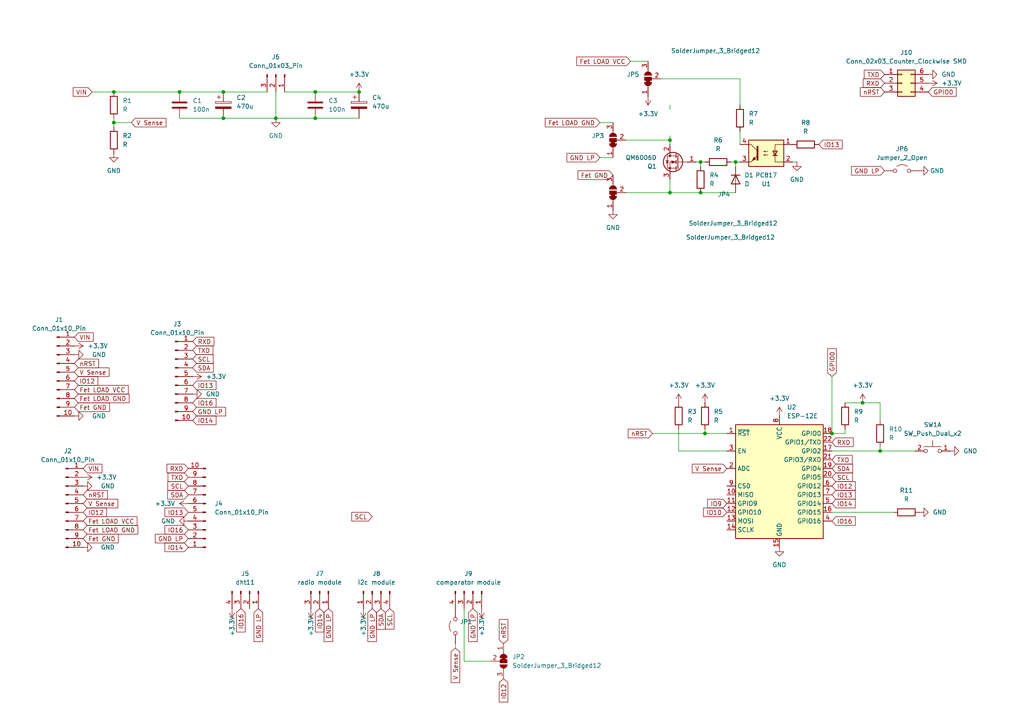
<source format=kicad_sch>
(kicad_sch (version 20231120) (generator "eeschema") (generator_version "8.0")
  (paper "A4")
  (lib_symbols
    (symbol "Connector:Conn_01x03_Pin" (pin_names (offset 1.016) hide)
      (property "Reference" "J" (at 0 5.08 0))
      (property "Value" "Conn_01x03_Pin" (at 0 -5.08 0))
      (symbol "Conn_01x03_Pin_1_1"
        (polyline (pts (xy 1.27 -2.54) (xy 0.8636 -2.54)) (stroke (width 0.1524)))
        (polyline (pts (xy 1.27 0) (xy 0.8636 0)) (stroke (width 0.1524)))
        (polyline (pts (xy 1.27 2.54) (xy 0.8636 2.54)) (stroke (width 0.1524)))
        (rectangle (start 0.8636 -2.413) (end 0 -2.667) (stroke (width 0.1524)) (fill (type outline)))
        (rectangle (start 0.8636 0.127) (end 0 -0.127) (stroke (width 0.1524)) (fill (type outline)))
        (rectangle (start 0.8636 2.667) (end 0 2.413) (stroke (width 0.1524)) (fill (type outline)))
        (pin passive line (at 5.08 2.54 180) (length 3.81) (name "Pin_1") (number "1"))
        (pin passive line (at 5.08 0 180) (length 3.81) (name "Pin_2") (number "2"))
        (pin passive line (at 5.08 -2.54 180) (length 3.81) (name "Pin_3") (number "3"))
      )
    )
    (symbol "Connector:Conn_01x04_Pin" (pin_names (offset 1.016) hide)
      (property "Reference" "J" (at 0 5.08 0))
      (property "Value" "Conn_01x04_Pin" (at 0 -7.62 0))
      (symbol "Conn_01x04_Pin_1_1"
        (polyline (pts (xy 1.27 -5.08) (xy 0.8636 -5.08)) (stroke (width 0.1524)))
        (polyline (pts (xy 1.27 -2.54) (xy 0.8636 -2.54)) (stroke (width 0.1524)))
        (polyline (pts (xy 1.27 0) (xy 0.8636 0)) (stroke (width 0.1524)))
        (polyline (pts (xy 1.27 2.54) (xy 0.8636 2.54)) (stroke (width 0.1524)))
        (rectangle (start 0.8636 -4.953) (end 0 -5.207) (stroke (width 0.1524)) (fill (type outline)))
        (rectangle (start 0.8636 -2.413) (end 0 -2.667) (stroke (width 0.1524)) (fill (type outline)))
        (rectangle (start 0.8636 0.127) (end 0 -0.127) (stroke (width 0.1524)) (fill (type outline)))
        (rectangle (start 0.8636 2.667) (end 0 2.413) (stroke (width 0.1524)) (fill (type outline)))
        (pin passive line (at 5.08 2.54 180) (length 3.81) (name "Pin_1") (number "1"))
        (pin passive line (at 5.08 0 180) (length 3.81) (name "Pin_2") (number "2"))
        (pin passive line (at 5.08 -2.54 180) (length 3.81) (name "Pin_3") (number "3"))
        (pin passive line (at 5.08 -5.08 180) (length 3.81) (name "Pin_4") (number "4"))
      )
    )
    (symbol "Connector:Conn_01x10_Pin" (pin_names (offset 1.016) hide)
      (property "Reference" "J" (at 0 12.7 0))
      (property "Value" "Conn_01x10_Pin" (at 0 -15.24 0))
      (symbol "Conn_01x10_Pin_1_1"
        (polyline (pts (xy 1.27 -12.7) (xy 0.8636 -12.7)) (stroke (width 0.1524)))
        (polyline (pts (xy 1.27 -10.16) (xy 0.8636 -10.16)) (stroke (width 0.1524)))
        (polyline (pts (xy 1.27 -7.62) (xy 0.8636 -7.62)) (stroke (width 0.1524)))
        (polyline (pts (xy 1.27 -5.08) (xy 0.8636 -5.08)) (stroke (width 0.1524)))
        (polyline (pts (xy 1.27 -2.54) (xy 0.8636 -2.54)) (stroke (width 0.1524)))
        (polyline (pts (xy 1.27 0) (xy 0.8636 0)) (stroke (width 0.1524)))
        (polyline (pts (xy 1.27 2.54) (xy 0.8636 2.54)) (stroke (width 0.1524)))
        (polyline (pts (xy 1.27 5.08) (xy 0.8636 5.08)) (stroke (width 0.1524)))
        (polyline (pts (xy 1.27 7.62) (xy 0.8636 7.62)) (stroke (width 0.1524)))
        (polyline (pts (xy 1.27 10.16) (xy 0.8636 10.16)) (stroke (width 0.1524)))
        (rectangle (start 0.8636 -12.573) (end 0 -12.827) (stroke (width 0.1524)) (fill (type outline)))
        (rectangle (start 0.8636 -10.033) (end 0 -10.287) (stroke (width 0.1524)) (fill (type outline)))
        (rectangle (start 0.8636 -7.493) (end 0 -7.747) (stroke (width 0.1524)) (fill (type outline)))
        (rectangle (start 0.8636 -4.953) (end 0 -5.207) (stroke (width 0.1524)) (fill (type outline)))
        (rectangle (start 0.8636 -2.413) (end 0 -2.667) (stroke (width 0.1524)) (fill (type outline)))
        (rectangle (start 0.8636 0.127) (end 0 -0.127) (stroke (width 0.1524)) (fill (type outline)))
        (rectangle (start 0.8636 2.667) (end 0 2.413) (stroke (width 0.1524)) (fill (type outline)))
        (rectangle (start 0.8636 5.207) (end 0 4.953) (stroke (width 0.1524)) (fill (type outline)))
        (rectangle (start 0.8636 7.747) (end 0 7.493) (stroke (width 0.1524)) (fill (type outline)))
        (rectangle (start 0.8636 10.287) (end 0 10.033) (stroke (width 0.1524)) (fill (type outline)))
        (pin passive line (at 5.08 10.16 180) (length 3.81) (name "Pin_1") (number "1"))
        (pin passive line (at 5.08 -12.7 180) (length 3.81) (name "Pin_10") (number "10"))
        (pin passive line (at 5.08 7.62 180) (length 3.81) (name "Pin_2") (number "2"))
        (pin passive line (at 5.08 5.08 180) (length 3.81) (name "Pin_3") (number "3"))
        (pin passive line (at 5.08 2.54 180) (length 3.81) (name "Pin_4") (number "4"))
        (pin passive line (at 5.08 0 180) (length 3.81) (name "Pin_5") (number "5"))
        (pin passive line (at 5.08 -2.54 180) (length 3.81) (name "Pin_6") (number "6"))
        (pin passive line (at 5.08 -5.08 180) (length 3.81) (name "Pin_7") (number "7"))
        (pin passive line (at 5.08 -7.62 180) (length 3.81) (name "Pin_8") (number "8"))
        (pin passive line (at 5.08 -10.16 180) (length 3.81) (name "Pin_9") (number "9"))
      )
    )
    (symbol "Connector_Generic:Conn_02x03_Counter_Clockwise" (pin_names (offset 1.016) hide)
      (property "Reference" "J" (at 1.27 5.08 0))
      (property "Value" "Conn_02x03_Counter_Clockwise" (at 1.27 -5.08 0))
      (symbol "Conn_02x03_Counter_Clockwise_1_1"
        (rectangle (start -1.27 -2.413) (end 0 -2.667) (stroke (width 0.1524)))
        (rectangle (start -1.27 0.127) (end 0 -0.127) (stroke (width 0.1524)))
        (rectangle (start -1.27 2.667) (end 0 2.413) (stroke (width 0.1524)))
        (rectangle (start -1.27 3.81) (end 3.81 -3.81) (stroke (width 0.254)) (fill (type background)))
        (rectangle (start 3.81 -2.413) (end 2.54 -2.667) (stroke (width 0.1524)))
        (rectangle (start 3.81 0.127) (end 2.54 -0.127) (stroke (width 0.1524)))
        (rectangle (start 3.81 2.667) (end 2.54 2.413) (stroke (width 0.1524)))
        (pin passive line (at -5.08 2.54 0) (length 3.81) (name "Pin_1") (number "1"))
        (pin passive line (at -5.08 0 0) (length 3.81) (name "Pin_2") (number "2"))
        (pin passive line (at -5.08 -2.54 0) (length 3.81) (name "Pin_3") (number "3"))
        (pin passive line (at 7.62 -2.54 180) (length 3.81) (name "Pin_4") (number "4"))
        (pin passive line (at 7.62 0 180) (length 3.81) (name "Pin_5") (number "5"))
        (pin passive line (at 7.62 2.54 180) (length 3.81) (name "Pin_6") (number "6"))
      )
    )
    (symbol "Device:C" (pin_numbers hide) (pin_names (offset 0.254))
      (property "Reference" "C" (at 0.635 2.54 0))
      (property "Value" "C" (at 0.635 -2.54 0))
      (symbol "C_0_1"
        (polyline (pts (xy -2.032 -0.762) (xy 2.032 -0.762)) (stroke (width 0.508)))
        (polyline (pts (xy -2.032 0.762) (xy 2.032 0.762)) (stroke (width 0.508)))
      )
      (symbol "C_1_1"
        (pin passive line (at 0 3.81 270) (length 2.794) (name "~") (number "1"))
        (pin passive line (at 0 -3.81 90) (length 2.794) (name "~") (number "2"))
      )
    )
    (symbol "Device:C_Polarized" (pin_numbers hide) (pin_names (offset 0.254))
      (property "Reference" "C" (at 0.635 2.54 0))
      (property "Value" "C_Polarized" (at 0.635 -2.54 0))
      (symbol "C_Polarized_0_1"
        (rectangle (start -2.286 0.508) (end 2.286 1.016))
        (polyline (pts (xy -1.778 2.286) (xy -0.762 2.286)))
        (polyline (pts (xy -1.27 2.794) (xy -1.27 1.778)))
        (rectangle (start 2.286 -0.508) (end -2.286 -1.016) (fill (type outline)))
      )
      (symbol "C_Polarized_1_1"
        (pin passive line (at 0 3.81 270) (length 2.794) (name "~") (number "1"))
        (pin passive line (at 0 -3.81 90) (length 2.794) (name "~") (number "2"))
      )
    )
    (symbol "Device:D" (pin_numbers hide) (pin_names (offset 1.016) hide)
      (property "Reference" "D" (at 0 2.54 0))
      (property "Value" "D" (at 0 -2.54 0))
      (symbol "D_0_1"
        (polyline (pts (xy -1.27 1.27) (xy -1.27 -1.27)) (stroke (width 0.254)))
        (polyline (pts (xy 1.27 0) (xy -1.27 0)))
        (polyline (pts (xy 1.27 1.27) (xy 1.27 -1.27) (xy -1.27 0) (xy 1.27 1.27)) (stroke (width 0.254)))
      )
      (symbol "D_1_1"
        (pin passive line (at -3.81 0 0) (length 2.54) (name "K") (number "1"))
        (pin passive line (at 3.81 0 180) (length 2.54) (name "A") (number "2"))
      )
    )
    (symbol "Device:R" (pin_numbers hide) (pin_names (offset 0))
      (property "Reference" "R" (at 2.032 0 90))
      (property "Value" "R" (at 0 0 90))
      (symbol "R_0_1"
        (rectangle (start -1.016 -2.54) (end 1.016 2.54) (stroke (width 0.254)))
      )
      (symbol "R_1_1"
        (pin passive line (at 0 3.81 270) (length 1.27) (name "~") (number "1"))
        (pin passive line (at 0 -3.81 90) (length 1.27) (name "~") (number "2"))
      )
    )
    (symbol "Isolator:PC817" (pin_names (offset 1.016))
      (property "Reference" "U" (at -5.08 5.08 0))
      (property "Value" "PC817" (at 0 5.08 0))
      (symbol "PC817_0_1"
        (rectangle (start -5.08 3.81) (end 5.08 -3.81) (stroke (width 0.254)) (fill (type background)))
        (polyline (pts (xy -3.175 -0.635) (xy -1.905 -0.635)) (stroke (width 0.254)))
        (polyline (pts (xy 2.54 0.635) (xy 4.445 2.54)))
        (polyline (pts (xy 4.445 -2.54) (xy 2.54 -0.635)) (fill (type outline)))
        (polyline (pts (xy 4.445 -2.54) (xy 5.08 -2.54)))
        (polyline (pts (xy 4.445 2.54) (xy 5.08 2.54)))
        (polyline (pts (xy -5.08 2.54) (xy -2.54 2.54) (xy -2.54 -0.635)))
        (polyline (pts (xy -2.54 -0.635) (xy -2.54 -2.54) (xy -5.08 -2.54)))
        (polyline (pts (xy 2.54 1.905) (xy 2.54 -1.905) (xy 2.54 -1.905)) (stroke (width 0.508)))
        (polyline (pts (xy -2.54 -0.635) (xy -3.175 0.635) (xy -1.905 0.635) (xy -2.54 -0.635)) (stroke (width 0.254)))
        (polyline (pts (xy -0.508 -0.508) (xy 0.762 -0.508) (xy 0.381 -0.635) (xy 0.381 -0.381) (xy 0.762 -0.508)))
        (polyline (pts (xy -0.508 0.508) (xy 0.762 0.508) (xy 0.381 0.381) (xy 0.381 0.635) (xy 0.762 0.508)))
        (polyline (pts (xy 3.048 -1.651) (xy 3.556 -1.143) (xy 4.064 -2.159) (xy 3.048 -1.651) (xy 3.048 -1.651)) (fill (type outline)))
      )
      (symbol "PC817_1_1"
        (pin passive line (at -7.62 2.54 0) (length 2.54) (name "~") (number "1"))
        (pin passive line (at -7.62 -2.54 0) (length 2.54) (name "~") (number "2"))
        (pin passive line (at 7.62 -2.54 180) (length 2.54) (name "~") (number "3"))
        (pin passive line (at 7.62 2.54 180) (length 2.54) (name "~") (number "4"))
      )
    )
    (symbol "Jumper:Jumper_2_Open" (pin_numbers hide) (pin_names (offset 0) hide) (exclude_from_sim yes)
      (property "Reference" "JP" (at 0 2.794 0))
      (property "Value" "Jumper_2_Open" (at 0 -2.286 0))
      (symbol "Jumper_2_Open_0_0"
        (circle (center -2.032 0) (radius 0.508))
        (circle (center 2.032 0) (radius 0.508))
      )
      (symbol "Jumper_2_Open_0_1"
        (arc (start 1.524 1.27) (mid 0 1.778) (end -1.524 1.27))
      )
      (symbol "Jumper_2_Open_1_1"
        (pin passive line (at -5.08 0 0) (length 2.54) (name "A") (number "1"))
        (pin passive line (at 5.08 0 180) (length 2.54) (name "B") (number "2"))
      )
    )
    (symbol "Jumper:SolderJumper_3_Bridged12" (pin_names (offset 0) hide) (exclude_from_sim yes) (in_bom no)
      (property "Reference" "JP" (at -2.54 -2.54 0))
      (property "Value" "SolderJumper_3_Bridged12" (at 0 2.794 0))
      (symbol "SolderJumper_3_Bridged12_0_1"
        (rectangle (start -1.016 0.508) (end -0.508 -0.508) (fill (type outline)))
        (arc (start -1.016 1.016) (mid -2.0276 0) (end -1.016 -1.016))
        (arc (start -1.016 1.016) (mid -2.0276 0) (end -1.016 -1.016) (fill (type outline)))
        (rectangle (start -0.508 1.016) (end 0.508 -1.016) (fill (type outline)))
        (polyline (pts (xy -2.54 0) (xy -2.032 0)))
        (polyline (pts (xy -1.016 1.016) (xy -1.016 -1.016)))
        (polyline (pts (xy 0 -1.27) (xy 0 -1.016)))
        (polyline (pts (xy 1.016 1.016) (xy 1.016 -1.016)))
        (polyline (pts (xy 2.54 0) (xy 2.032 0)))
        (arc (start 1.016 -1.016) (mid 2.0276 0) (end 1.016 1.016))
        (arc (start 1.016 -1.016) (mid 2.0276 0) (end 1.016 1.016) (fill (type outline)))
      )
      (symbol "SolderJumper_3_Bridged12_1_1"
        (pin passive line (at -5.08 0 0) (length 2.54) (name "A") (number "1"))
        (pin passive line (at 0 -3.81 90) (length 2.54) (name "C") (number "2"))
        (pin passive line (at 5.08 0 180) (length 2.54) (name "B") (number "3"))
      )
    )
    (symbol "RF_Module:ESP-12E"
      (property "Reference" "U" (at -12.7 19.05 0))
      (property "Value" "ESP-12E" (at 12.7 19.05 0))
      (symbol "ESP-12E_0_1"
        (rectangle (start -12.7 17.78) (end 12.7 -15.24) (stroke (width 0.254)) (fill (type background)))
      )
      (symbol "ESP-12E_1_1"
        (pin input line (at -15.24 15.24 0) (length 2.54) (name "~{RST}") (number "1"))
        (pin bidirectional line (at -15.24 -2.54 0) (length 2.54) (name "MISO") (number "10"))
        (pin bidirectional line (at -15.24 -5.08 0) (length 2.54) (name "GPIO9") (number "11"))
        (pin bidirectional line (at -15.24 -7.62 0) (length 2.54) (name "GPIO10") (number "12"))
        (pin bidirectional line (at -15.24 -10.16 0) (length 2.54) (name "MOSI") (number "13"))
        (pin bidirectional line (at -15.24 -12.7 0) (length 2.54) (name "SCLK") (number "14"))
        (pin power_in line (at 0 -17.78 90) (length 2.54) (name "GND") (number "15"))
        (pin bidirectional line (at 15.24 -7.62 180) (length 2.54) (name "GPIO15") (number "16"))
        (pin bidirectional line (at 15.24 10.16 180) (length 2.54) (name "GPIO2") (number "17"))
        (pin bidirectional line (at 15.24 15.24 180) (length 2.54) (name "GPIO0") (number "18"))
        (pin bidirectional line (at 15.24 5.08 180) (length 2.54) (name "GPIO4") (number "19"))
        (pin input line (at -15.24 5.08 0) (length 2.54) (name "ADC") (number "2"))
        (pin bidirectional line (at 15.24 2.54 180) (length 2.54) (name "GPIO5") (number "20"))
        (pin bidirectional line (at 15.24 7.62 180) (length 2.54) (name "GPIO3/RXD") (number "21"))
        (pin bidirectional line (at 15.24 12.7 180) (length 2.54) (name "GPIO1/TXD") (number "22"))
        (pin input line (at -15.24 10.16 0) (length 2.54) (name "EN") (number "3"))
        (pin bidirectional line (at 15.24 -10.16 180) (length 2.54) (name "GPIO16") (number "4"))
        (pin bidirectional line (at 15.24 -5.08 180) (length 2.54) (name "GPIO14") (number "5"))
        (pin bidirectional line (at 15.24 0 180) (length 2.54) (name "GPIO12") (number "6"))
        (pin bidirectional line (at 15.24 -2.54 180) (length 2.54) (name "GPIO13") (number "7"))
        (pin power_in line (at 0 20.32 270) (length 2.54) (name "VCC") (number "8"))
        (pin input line (at -15.24 0 0) (length 2.54) (name "CS0") (number "9"))
      )
    )
    (symbol "Switch:SW_Push_Dual_x2" (pin_names (offset 1.016) hide)
      (property "Reference" "SW" (at 1.27 2.54 0))
      (property "Value" "SW_Push_Dual_x2" (at 0 -1.524 0))
      (symbol "SW_Push_Dual_x2_0_1"
        (circle (center -2.032 0) (radius 0.508))
        (polyline (pts (xy 0 1.27) (xy 0 3.048)))
        (polyline (pts (xy 2.54 1.27) (xy -2.54 1.27)))
        (circle (center 2.032 0) (radius 0.508))
      )
      (symbol "SW_Push_Dual_x2_1_1"
        (pin passive line (at -5.08 0 0) (length 2.54) (name "C") (number "1"))
        (pin passive line (at 5.08 0 180) (length 2.54) (name "D") (number "2"))
      )
      (symbol "SW_Push_Dual_x2_2_1"
        (pin passive line (at -5.08 0 0) (length 2.54) (name "C") (number "3"))
        (pin passive line (at 5.08 0 180) (length 2.54) (name "D") (number "4"))
      )
    )
    (symbol "Transistor_FET:QM6006D" (pin_names hide)
      (property "Reference" "Q" (at 5.08 1.905 0))
      (property "Value" "QM6006D" (at 5.08 0 0))
      (symbol "QM6006D_0_1"
        (polyline (pts (xy 0.254 0) (xy -2.54 0)))
        (polyline (pts (xy 0.254 1.905) (xy 0.254 -1.905)) (stroke (width 0.254)))
        (polyline (pts (xy 0.762 -1.27) (xy 0.762 -2.286)) (stroke (width 0.254)))
        (polyline (pts (xy 0.762 0.508) (xy 0.762 -0.508)) (stroke (width 0.254)))
        (polyline (pts (xy 0.762 2.286) (xy 0.762 1.27)) (stroke (width 0.254)))
        (polyline (pts (xy 2.54 2.54) (xy 2.54 1.778)))
        (polyline (pts (xy 2.54 -2.54) (xy 2.54 0) (xy 0.762 0)))
        (polyline (pts (xy 0.762 -1.778) (xy 3.302 -1.778) (xy 3.302 1.778) (xy 0.762 1.778)))
        (polyline (pts (xy 1.016 0) (xy 2.032 0.381) (xy 2.032 -0.381) (xy 1.016 0)) (fill (type outline)))
        (polyline (pts (xy 2.794 0.508) (xy 2.921 0.381) (xy 3.683 0.381) (xy 3.81 0.254)))
        (polyline (pts (xy 3.302 0.381) (xy 2.921 -0.254) (xy 3.683 -0.254) (xy 3.302 0.381)))
        (circle (center 1.651 0) (radius 2.794) (stroke (width 0.254)))
        (circle (center 2.54 -1.778) (radius 0.254) (fill (type outline)))
        (circle (center 2.54 1.778) (radius 0.254) (fill (type outline)))
      )
      (symbol "QM6006D_1_1"
        (pin input line (at -5.08 0 0) (length 2.54) (name "G") (number "1"))
        (pin passive line (at 2.54 5.08 270) (length 2.54) (name "D") (number "2"))
        (pin passive line (at 2.54 -5.08 90) (length 2.54) (name "S") (number "3"))
      )
    )
    (symbol "power:+3.3V" (power) (pin_numbers hide) (pin_names (offset 0) hide)
      (property "Value" "+3.3V" (at 0 3.556 0))
      (symbol "+3.3V_0_1"
        (polyline (pts (xy -0.762 1.27) (xy 0 2.54)))
        (polyline (pts (xy 0 0) (xy 0 2.54)))
        (polyline (pts (xy 0 2.54) (xy 0.762 1.27)))
      )
      (symbol "+3.3V_1_1"
        (pin power_in line (at 0 0 90) (length 0) (name "~") (number "1"))
      )
    )
    (symbol "power:GND" (power) (pin_numbers hide) (pin_names (offset 0) hide)
      (property "Value" "GND" (at 0 -3.81 0))
      (symbol "GND_0_1"
        (polyline (pts (xy 0 0) (xy 0 -1.27) (xy 1.27 -1.27) (xy 0 -2.54) (xy -1.27 -1.27) (xy 0 -1.27)))
      )
      (symbol "GND_1_1"
        (pin power_in line (at 0 0 270) (length 0) (name "~") (number "1"))
      )
    )
  )
  (junction (at 203.2 55.88))
  (junction (at 250.19 116.84))
  (junction (at 104.14 26.67))
  (junction (at 91.44 34.29))
  (junction (at 194.31 40.64))
  (junction (at 194.31 55.88))
  (junction (at 33.02 35.56))
  (junction (at 33.02 26.67))
  (junction (at 64.77 26.67))
  (junction (at 91.44 26.67))
  (junction (at 213.36 46.99))
  (junction (at 255.27 130.81))
  (junction (at 241.3 125.73))
  (junction (at 204.47 125.73))
  (junction (at 80.01 34.29))
  (junction (at 203.2 46.99))
  (junction (at 64.77 34.29))
  (junction (at 52.07 26.67))
  (wire (pts (xy 26.67 26.67) (xy 33.02 26.67)))
  (wire (pts (xy 33.02 26.67) (xy 52.07 26.67)))
  (wire (pts (xy 201.93 46.99) (xy 203.2 46.99)))
  (wire (pts (xy 132.08 186.69) (xy 132.08 187.96)))
  (wire (pts (xy 64.77 34.29) (xy 80.01 34.29)))
  (wire (pts (xy 210.82 130.81) (xy 196.85 130.81)))
  (wire (pts (xy 64.77 26.67) (xy 77.47 26.67)))
  (wire (pts (xy 241.3 109.22) (xy 241.3 125.73)))
  (wire (pts (xy 213.36 46.99) (xy 214.63 46.99)))
  (wire (pts (xy 214.63 38.1) (xy 214.63 41.91)))
  (wire (pts (xy 255.27 116.84) (xy 250.19 116.84)))
  (wire (pts (xy 38.1 35.56) (xy 33.02 35.56)))
  (wire (pts (xy 210.82 125.73) (xy 204.47 125.73)))
  (wire (pts (xy 203.2 55.88) (xy 213.36 55.88)))
  (wire (pts (xy 255.27 130.81) (xy 265.43 130.81)))
  (wire (pts (xy 91.44 26.67) (xy 104.14 26.67)))
  (wire (pts (xy 134.62 176.53) (xy 134.62 191.77)))
  (wire (pts (xy 33.02 36.83) (xy 33.02 35.56)))
  (wire (pts (xy 82.55 26.67) (xy 91.44 26.67)))
  (wire (pts (xy 52.07 26.67) (xy 64.77 26.67)))
  (wire (pts (xy 142.24 191.77) (xy 134.62 191.77)))
  (wire (pts (xy 255.27 121.92) (xy 255.27 116.84)))
  (wire (pts (xy 91.44 34.29) (xy 104.14 34.29)))
  (wire (pts (xy 241.3 130.81) (xy 255.27 130.81)))
  (wire (pts (xy 245.11 125.73) (xy 241.3 125.73)))
  (wire (pts (xy 194.31 55.88) (xy 203.2 55.88)))
  (wire (pts (xy 191.77 22.86) (xy 214.63 22.86)))
  (wire (pts (xy 80.01 34.29) (xy 91.44 34.29)))
  (wire (pts (xy 173.99 45.72) (xy 177.8 45.72)))
  (wire (pts (xy 214.63 30.48) (xy 214.63 22.86)))
  (wire (pts (xy 204.47 125.73) (xy 204.47 124.46)))
  (wire (pts (xy 182.88 17.78) (xy 187.96 17.78)))
  (wire (pts (xy 194.31 30.48) (xy 194.31 31.75)))
  (wire (pts (xy 212.09 46.99) (xy 213.36 46.99)))
  (wire (pts (xy 181.61 55.88) (xy 194.31 55.88)))
  (wire (pts (xy 173.99 35.56) (xy 177.8 35.56)))
  (wire (pts (xy 194.31 52.07) (xy 194.31 55.88)))
  (wire (pts (xy 255.27 130.81) (xy 255.27 129.54)))
  (wire (pts (xy 52.07 34.29) (xy 64.77 34.29)))
  (wire (pts (xy 250.19 116.84) (xy 245.11 116.84)))
  (wire (pts (xy 245.11 124.46) (xy 245.11 125.73)))
  (wire (pts (xy 33.02 35.56) (xy 33.02 34.29)))
  (wire (pts (xy 241.3 148.59) (xy 259.08 148.59)))
  (wire (pts (xy 203.2 46.99) (xy 203.2 48.26)))
  (wire (pts (xy 196.85 130.81) (xy 196.85 124.46)))
  (wire (pts (xy 194.31 40.64) (xy 194.31 41.91)))
  (wire (pts (xy 229.87 46.99) (xy 231.14 46.99)))
  (wire (pts (xy 213.36 48.26) (xy 213.36 46.99)))
  (wire (pts (xy 181.61 40.64) (xy 194.31 40.64)))
  (wire (pts (xy 189.23 125.73) (xy 204.47 125.73)))
  (wire (pts (xy 203.2 46.99) (xy 204.47 46.99)))
  (wire (pts (xy 194.31 39.37) (xy 194.31 40.64)))
  (wire (pts (xy 80.01 26.67) (xy 80.01 34.29)))
  (global_label "IO16" (shape input) (at 69.85 176.53 270) (property "Intersheetrefs" "${INTERSHEET_REFS}" (effects (hide yes))))
  (global_label "RXD" (shape input) (at 241.3 128.27 0) (property "Intersheetrefs" "${INTERSHEET_REFS}" (effects (hide yes))))
  (global_label "VIN" (shape input) (at 26.67 26.67 180) (property "Intersheetrefs" "${INTERSHEET_REFS}" (effects (hide yes))))
  (global_label "TXD" (shape input) (at 241.3 133.35 0) (property "Intersheetrefs" "${INTERSHEET_REFS}" (effects (hide yes))))
  (global_label "SDA" (shape input) (at 55.88 106.68 0) (property "Intersheetrefs" "${INTERSHEET_REFS}" (effects (hide yes))))
  (global_label "IO12" (shape input) (at 241.3 140.97 0) (property "Intersheetrefs" "${INTERSHEET_REFS}" (effects (hide yes))))
  (global_label "TXD" (shape input) (at 256.54 21.59 180) (property "Intersheetrefs" "${INTERSHEET_REFS}" (effects (hide yes))))
  (global_label "SDA" (shape input) (at 110.49 176.53 270) (property "Intersheetrefs" "${INTERSHEET_REFS}" (effects (hide yes))))
  (global_label "Fet LOAD VCC" (shape input) (at 182.88 17.78 180) (property "Intersheetrefs" "${INTERSHEET_REFS}" (effects (hide yes))))
  (global_label "Fet LOAD GND" (shape input) (at 173.99 35.56 180) (property "Intersheetrefs" "${INTERSHEET_REFS}" (effects (hide yes))))
  (global_label "IO10" (shape input) (at 210.82 148.59 180) (property "Intersheetrefs" "${INTERSHEET_REFS}" (effects (hide yes))))
  (global_label "nRST" (shape input) (at 256.54 26.67 180) (property "Intersheetrefs" "${INTERSHEET_REFS}" (effects (hide yes))))
  (global_label "nRST" (shape input) (at 189.23 125.73 180) (property "Intersheetrefs" "${INTERSHEET_REFS}" (effects (hide yes))))
  (global_label "GND LP" (shape input) (at 55.88 119.38 0) (property "Intersheetrefs" "${INTERSHEET_REFS}" (effects (hide yes))))
  (global_label "IO13" (shape input) (at 237.49 41.91 0) (property "Intersheetrefs" "${INTERSHEET_REFS}" (effects (hide yes))))
  (global_label "SCL" (shape input) (at 107.95 149.86 180) (property "Intersheetrefs" "${INTERSHEET_REFS}" (effects (hide yes))))
  (global_label "GND LP" (shape input) (at 54.61 156.21 180) (property "Intersheetrefs" "${INTERSHEET_REFS}" (effects (hide yes))))
  (global_label "IO9" (shape input) (at 210.82 146.05 180) (property "Intersheetrefs" "${INTERSHEET_REFS}" (effects (hide yes))))
  (global_label "Fet LOAD VCC" (shape input) (at 21.59 113.03 0) (property "Intersheetrefs" "${INTERSHEET_REFS}" (effects (hide yes))))
  (global_label "IO12" (shape input) (at 24.13 148.59 0) (property "Intersheetrefs" "${INTERSHEET_REFS}" (effects (hide yes))))
  (global_label "IO13" (shape input) (at 55.88 111.76 0) (property "Intersheetrefs" "${INTERSHEET_REFS}" (effects (hide yes))))
  (global_label "IO13" (shape input) (at 54.61 148.59 180) (property "Intersheetrefs" "${INTERSHEET_REFS}" (effects (hide yes))))
  (global_label "Fet LOAD VCC" (shape input) (at 24.13 151.13 0) (property "Intersheetrefs" "${INTERSHEET_REFS}" (effects (hide yes))))
  (global_label "GPIO0" (shape input) (at 241.3 109.22 90) (property "Intersheetrefs" "${INTERSHEET_REFS}" (effects (hide yes))))
  (global_label "IO16" (shape input) (at 55.88 116.84 0) (property "Intersheetrefs" "${INTERSHEET_REFS}" (effects (hide yes))))
  (global_label "Fet LOAD GND" (shape input) (at 21.59 115.57 0) (property "Intersheetrefs" "${INTERSHEET_REFS}" (effects (hide yes))))
  (global_label "Fet GND" (shape input) (at 21.59 118.11 0) (property "Intersheetrefs" "${INTERSHEET_REFS}" (effects (hide yes))))
  (global_label "TXD" (shape input) (at 54.61 138.43 180) (property "Intersheetrefs" "${INTERSHEET_REFS}" (effects (hide yes))))
  (global_label "RXD" (shape input) (at 256.54 24.13 180) (property "Intersheetrefs" "${INTERSHEET_REFS}" (effects (hide yes))))
  (global_label "RXD" (shape input) (at 54.61 135.89 180) (property "Intersheetrefs" "${INTERSHEET_REFS}" (effects (hide yes))))
  (global_label "IO16" (shape input) (at 54.61 153.67 180) (property "Intersheetrefs" "${INTERSHEET_REFS}" (effects (hide yes))))
  (global_label "SDA" (shape input) (at 241.3 135.89 0) (property "Intersheetrefs" "${INTERSHEET_REFS}" (effects (hide yes))))
  (global_label "GND LP" (shape input) (at 107.95 176.53 270) (property "Intersheetrefs" "${INTERSHEET_REFS}" (effects (hide yes))))
  (global_label "IO16" (shape input) (at 241.3 151.13 0) (property "Intersheetrefs" "${INTERSHEET_REFS}" (effects (hide yes))))
  (global_label "GND LP" (shape input) (at 256.54 49.53 180) (property "Intersheetrefs" "${INTERSHEET_REFS}" (effects (hide yes))))
  (global_label "V Sense" (shape input) (at 210.82 135.89 180) (property "Intersheetrefs" "${INTERSHEET_REFS}" (effects (hide yes))))
  (global_label "GND LP" (shape input) (at 74.93 176.53 270) (property "Intersheetrefs" "${INTERSHEET_REFS}" (effects (hide yes))))
  (global_label "nRST" (shape input) (at 24.13 143.51 0) (property "Intersheetrefs" "${INTERSHEET_REFS}" (effects (hide yes))))
  (global_label "TXD" (shape input) (at 55.88 101.6 0) (property "Intersheetrefs" "${INTERSHEET_REFS}" (effects (hide yes))))
  (global_label "IO13" (shape input) (at 241.3 143.51 0) (property "Intersheetrefs" "${INTERSHEET_REFS}" (effects (hide yes))))
  (global_label "Fet LOAD GND" (shape input) (at 24.13 153.67 0) (property "Intersheetrefs" "${INTERSHEET_REFS}" (effects (hide yes))))
  (global_label "Fet GND" (shape input) (at 24.13 156.21 0) (property "Intersheetrefs" "${INTERSHEET_REFS}" (effects (hide yes))))
  (global_label "GPIO0" (shape input) (at 269.24 26.67 0) (property "Intersheetrefs" "${INTERSHEET_REFS}" (effects (hide yes))))
  (global_label "SCL" (shape input) (at 113.03 176.53 270) (property "Intersheetrefs" "${INTERSHEET_REFS}" (effects (hide yes))))
  (global_label "V Sense" (shape input) (at 21.59 107.95 0) (property "Intersheetrefs" "${INTERSHEET_REFS}" (effects (hide yes))))
  (global_label "VIN" (shape input) (at 24.13 135.89 0) (property "Intersheetrefs" "${INTERSHEET_REFS}" (effects (hide yes))))
  (global_label "nRST" (shape input) (at 21.59 105.41 0) (property "Intersheetrefs" "${INTERSHEET_REFS}" (effects (hide yes))))
  (global_label "nRST" (shape input) (at 146.05 186.69 90) (property "Intersheetrefs" "${INTERSHEET_REFS}" (effects (hide yes))))
  (global_label "V Sense" (shape input) (at 38.1 35.56 0) (property "Intersheetrefs" "${INTERSHEET_REFS}" (effects (hide yes))))
  (global_label "SCL" (shape input) (at 241.3 138.43 0) (property "Intersheetrefs" "${INTERSHEET_REFS}" (effects (hide yes))))
  (global_label "SDA" (shape input) (at 54.61 143.51 180) (property "Intersheetrefs" "${INTERSHEET_REFS}" (effects (hide yes))))
  (global_label "GND LP" (shape input) (at 137.16 176.53 270) (property "Intersheetrefs" "${INTERSHEET_REFS}" (effects (hide yes))))
  (global_label "V Sense" (shape input) (at 132.08 187.96 270) (property "Intersheetrefs" "${INTERSHEET_REFS}" (effects (hide yes))))
  (global_label "IO14" (shape input) (at 92.71 176.53 270) (property "Intersheetrefs" "${INTERSHEET_REFS}" (effects (hide yes))))
  (global_label "IO12" (shape input) (at 21.59 110.49 0) (property "Intersheetrefs" "${INTERSHEET_REFS}" (effects (hide yes))))
  (global_label "SCL" (shape input) (at 55.88 104.14 0) (property "Intersheetrefs" "${INTERSHEET_REFS}" (effects (hide yes))))
  (global_label "V Sense" (shape input) (at 24.13 146.05 0) (property "Intersheetrefs" "${INTERSHEET_REFS}" (effects (hide yes))))
  (global_label "IO14" (shape input) (at 241.3 146.05 0) (property "Intersheetrefs" "${INTERSHEET_REFS}" (effects (hide yes))))
  (global_label "GND LP" (shape input) (at 173.99 45.72 180) (property "Intersheetrefs" "${INTERSHEET_REFS}" (effects (hide yes))))
  (global_label "IO14" (shape input) (at 55.88 121.92 0) (property "Intersheetrefs" "${INTERSHEET_REFS}" (effects (hide yes))))
  (global_label "IO14" (shape input) (at 54.61 158.75 180) (property "Intersheetrefs" "${INTERSHEET_REFS}" (effects (hide yes))))
  (global_label "GND LP" (shape input) (at 95.25 176.53 270) (property "Intersheetrefs" "${INTERSHEET_REFS}" (effects (hide yes))))
  (global_label "SCL" (shape input) (at 54.61 140.97 180) (property "Intersheetrefs" "${INTERSHEET_REFS}" (effects (hide yes))))
  (global_label "IO12" (shape input) (at 146.05 196.85 270) (property "Intersheetrefs" "${INTERSHEET_REFS}" (effects (hide yes))))
  (global_label "Fet GND" (shape input) (at 177.8 50.8 180) (property "Intersheetrefs" "${INTERSHEET_REFS}" (effects (hide yes))))
  (global_label "VIN" (shape input) (at 21.59 97.79 0) (property "Intersheetrefs" "${INTERSHEET_REFS}" (effects (hide yes))))
  (global_label "RXD" (shape input) (at 55.88 99.06 0) (property "Intersheetrefs" "${INTERSHEET_REFS}" (effects (hide yes))))
  (symbol (lib_id "Device:R") (at 245.11 120.65 0) (unit 1)
    (property "Reference" "R9" (at 247.65 119.3799 0) (effects (justify left)))
    (property "Value" "R" (at 247.65 121.9199 0) (effects (justify left)))
    (property "Footprint" "Resistor_SMD:R_0805_2012Metric_Pad1.20x1.40mm_HandSolder" (effects (hide yes)))
    (property "Description" "Resistor" (effects (hide yes)))
  )
  (symbol (lib_id "Switch:SW_Push_Dual_x2") (at 270.51 130.81 0) (mirror y) (unit 1)
    (property "Reference" "SW1" (at 270.51 123.19 0))
    (property "Value" "SW_Push_Dual_x2" (at 270.51 125.73 0))
    (property "Footprint" "Button_Switch_THT:SW_PUSH_6mm" (effects (hide yes)))
    (property "Description" "Push button switch, generic, separate symbols, four pins" (effects (hide yes)))
  )
  (symbol (lib_id "Connector:Conn_01x10_Pin") (at 50.8 109.22 0) (unit 1)
    (property "Reference" "J3" (at 51.435 93.98 0))
    (property "Value" "Conn_01x10_Pin" (at 51.435 96.52 0))
    (property "Footprint" "Connector_PinHeader_2.54mm:PinHeader_1x10_P2.54mm_Vertical" (effects (hide yes)))
    (property "Description" "Generic connector, single row, 01x10, script generated" (effects (hide yes)))
  )
  (symbol (lib_id "Device:R") (at 262.89 148.59 90) (unit 1)
    (property "Reference" "R11" (at 262.89 142.24 90))
    (property "Value" "R" (at 262.89 144.78 90))
    (property "Footprint" "Resistor_SMD:R_0805_2012Metric_Pad1.20x1.40mm_HandSolder" (effects (hide yes)))
    (property "Description" "Resistor" (effects (hide yes)))
  )
  (symbol (lib_id "Connector:Conn_01x10_Pin") (at 16.51 107.95 0) (unit 1)
    (property "Reference" "J1" (at 17.145 92.71 0))
    (property "Value" "Conn_01x10_Pin" (at 17.145 95.25 0))
    (property "Footprint" "Connector_PinHeader_2.54mm:PinHeader_1x10_P2.54mm_Vertical" (effects (hide yes)))
    (property "Description" "Generic connector, single row, 01x10, script generated" (effects (hide yes)))
  )
  (symbol (lib_id "power:+3.3V") (at 24.13 138.43 270) (unit 1)
    (property "Reference" "#PWR04" (effects (hide yes)))
    (property "Value" "+3.3V" (at 27.94 138.4299 90) (effects (justify left)))
    (property "Description" "Power symbol creates a global label with name \"+3.3V\"" (effects (hide yes)))
  )
  (symbol (lib_id "Connector:Conn_01x04_Pin") (at 72.39 171.45 270) (unit 1)
    (property "Reference" "J5" (at 71.12 166.37 90))
    (property "Value" "dht11" (at 71.12 168.91 90))
    (property "Footprint" "Connector_PinHeader_2.54mm:PinHeader_1x04_P2.54mm_Vertical" (effects (hide yes)))
    (property "Description" "Generic connector, single row, 01x04, script generated" (effects (hide yes)))
  )
  (symbol (lib_id "power:GND") (at 269.24 21.59 90) (unit 1)
    (property "Reference" "#PWR028" (effects (hide yes)))
    (property "Value" "GND" (at 273.05 21.5899 90) (effects (justify right)))
    (property "Description" "Power symbol creates a global label with name \"GND\" , ground" (effects (hide yes)))
  )
  (symbol (lib_id "Jumper:Jumper_2_Open") (at 132.08 181.61 90) (unit 1) (exclude_from_sim yes)
    (property "Reference" "JP1" (at 133.35 180.3399 90) (effects (justify right)))
    (property "Value" "Jumper_2_Open" (at 85.852 211.836 0) (effects (justify right)))
    (property "Footprint" "Jumper:SolderJumper-2_P1.3mm_Open_RoundedPad1.0x1.5mm" (effects (hide yes)))
    (property "Description" "Jumper, 2-pole, open" (effects (hide yes)))
  )
  (symbol (lib_id "Connector:Conn_01x03_Pin") (at 80.01 21.59 270) (unit 1)
    (property "Reference" "J6" (at 80.01 16.51 90))
    (property "Value" "Conn_01x03_Pin" (at 80.01 19.05 90))
    (property "Footprint" "Connector_PinHeader_2.54mm:PinHeader_1x03_P2.54mm_Vertical" (effects (hide yes)))
    (property "Description" "Generic connector, single row, 01x03, script generated" (effects (hide yes)))
  )
  (symbol (lib_id "power:GND") (at 54.61 151.13 270) (mirror x) (unit 1)
    (property "Reference" "#PWR09" (effects (hide yes)))
    (property "Value" "GND" (at 50.8 151.1299 90) (effects (justify right)))
    (property "Description" "Power symbol creates a global label with name \"GND\" , ground" (effects (hide yes)))
  )
  (symbol (lib_id "Jumper:SolderJumper_3_Bridged12") (at 187.96 22.86 90) (unit 1) (exclude_from_sim yes) (in_bom no)
    (property "Reference" "JP5" (at 185.42 21.5899 90) (effects (justify left)))
    (property "Value" "SolderJumper_3_Bridged12" (at 220.472 14.732 90) (effects (justify left)))
    (property "Footprint" "Jumper:SolderJumper-3_P1.3mm_Bridged2Bar12_RoundedPad1.0x1.5mm_NumberLabels" (effects (hide yes)))
    (property "Description" "3-pole Solder Jumper, pins 1+2 closed/bridged" (effects (hide yes)))
  )
  (symbol (lib_id "Connector:Conn_01x10_Pin") (at 59.69 148.59 180) (unit 1)
    (property "Reference" "J4" (at 62.23 146.0499 0) (effects (justify right)))
    (property "Value" "Conn_01x10_Pin" (at 62.23 148.5899 0) (effects (justify right)))
    (property "Footprint" "TerminalBlock_4Ucon:TerminalBlock_4Ucon_1x10_P3.50mm_Horizontal" (effects (hide yes)))
    (property "Description" "Generic connector, single row, 01x10, script generated" (effects (hide yes)))
  )
  (symbol (lib_id "Device:R") (at 203.2 52.07 180) (unit 1)
    (property "Reference" "R4" (at 205.74 50.7999 0) (effects (justify right)))
    (property "Value" "R" (at 205.74 53.3399 0) (effects (justify right)))
    (property "Footprint" "Resistor_SMD:R_0805_2012Metric_Pad1.20x1.40mm_HandSolder" (effects (hide yes)))
    (property "Description" "Resistor" (effects (hide yes)))
  )
  (symbol (lib_id "power:GND") (at 226.06 158.75 0) (unit 1)
    (property "Reference" "#PWR023" (effects (hide yes)))
    (property "Value" "GND" (at 226.06 163.83 0))
    (property "Description" "Power symbol creates a global label with name \"GND\" , ground" (effects (hide yes)))
  )
  (symbol (lib_id "power:GND") (at 55.88 114.3 90) (unit 1)
    (property "Reference" "#PWR011" (effects (hide yes)))
    (property "Value" "GND" (at 59.69 114.2999 90) (effects (justify right)))
    (property "Description" "Power symbol creates a global label with name \"GND\" , ground" (effects (hide yes)))
  )
  (symbol (lib_id "power:+3.3V") (at 55.88 109.22 270) (unit 1)
    (property "Reference" "#PWR010" (effects (hide yes)))
    (property "Value" "+3.3V" (at 59.69 109.2199 90) (effects (justify left)))
    (property "Description" "Power symbol creates a global label with name \"+3.3V\"" (effects (hide yes)))
  )
  (symbol (lib_id "power:+3.3V") (at 67.31 176.53 180) (unit 1)
    (property "Reference" "#PWR012" (effects (hide yes)))
    (property "Value" "+3.3V" (at 67.31 181.61 90))
    (property "Description" "Power symbol creates a global label with name \"+3.3V\"" (effects (hide yes)))
  )
  (symbol (lib_id "power:+3.3V") (at 139.7 176.53 180) (unit 1)
    (property "Reference" "#PWR017" (effects (hide yes)))
    (property "Value" "+3.3V" (at 139.7 181.61 90))
    (property "Description" "Power symbol creates a global label with name \"+3.3V\"" (effects (hide yes)))
  )
  (symbol (lib_id "Jumper:SolderJumper_3_Bridged12") (at 177.8 40.64 90) (unit 1) (exclude_from_sim yes) (in_bom no)
    (property "Reference" "JP3" (at 175.26 39.3699 90) (effects (justify left)))
    (property "Value" "SolderJumper_3_Bridged12" (at 224.79 68.834 90) (effects (justify left)))
    (property "Footprint" "Jumper:SolderJumper-3_P1.3mm_Bridged2Bar12_RoundedPad1.0x1.5mm_NumberLabels" (effects (hide yes)))
    (property "Description" "3-pole Solder Jumper, pins 1+2 closed/bridged" (effects (hide yes)))
  )
  (symbol (lib_id "Transistor_FET:QM6006D") (at 196.85 46.99 0) (mirror y) (unit 1)
    (property "Reference" "Q1" (at 190.5 48.2601 0) (effects (justify left)))
    (property "Value" "QM6006D" (at 190.5 45.7201 0) (effects (justify left)))
    (property "Footprint" "Package_TO_SOT_SMD:TO-252-2" (effects (hide yes)))
    (property "Datasheet" "http://www.jaolen.com/images/pdf/QM6006D.pdf" (effects (hide yes)))
    (property "Description" "35A Id, 60V Vds, N-Channel Power MOSFET, 18mOhm Ron, 19.3nC Qg (typ), TO252" (effects (hide yes)))
  )
  (symbol (lib_id "power:+3.3V") (at 187.96 27.94 180) (unit 1)
    (property "Reference" "#PWR019" (effects (hide yes)))
    (property "Value" "+3.3V" (at 187.96 33.02 0))
    (property "Description" "Power symbol creates a global label with name \"+3.3V\"" (effects (hide yes)))
  )
  (symbol (lib_id "power:+3.3V") (at 105.41 176.53 180) (unit 1)
    (property "Reference" "#PWR016" (effects (hide yes)))
    (property "Value" "+3.3V" (at 105.41 181.61 90))
    (property "Description" "Power symbol creates a global label with name \"+3.3V\"" (effects (hide yes)))
  )
  (symbol (lib_id "power:+3.3V") (at 54.61 146.05 90) (mirror x) (unit 1)
    (property "Reference" "#PWR08" (effects (hide yes)))
    (property "Value" "+3.3V" (at 50.8 146.0499 90) (effects (justify left)))
    (property "Description" "Power symbol creates a global label with name \"+3.3V\"" (effects (hide yes)))
  )
  (symbol (lib_id "power:GND") (at 231.14 46.99 0) (unit 1)
    (property "Reference" "#PWR024" (effects (hide yes)))
    (property "Value" "GND" (at 231.14 52.07 0))
    (property "Description" "Power symbol creates a global label with name \"GND\" , ground" (effects (hide yes)))
  )
  (symbol (lib_id "Device:R") (at 196.85 120.65 0) (unit 1)
    (property "Reference" "R3" (at 199.39 119.3799 0) (effects (justify left)))
    (property "Value" "R" (at 199.39 121.9199 0) (effects (justify left)))
    (property "Footprint" "Resistor_SMD:R_0805_2012Metric_Pad1.20x1.40mm_HandSolder" (effects (hide yes)))
    (property "Description" "Resistor" (effects (hide yes)))
  )
  (symbol (lib_id "power:GND") (at 21.59 120.65 90) (unit 1)
    (property "Reference" "#PWR03" (effects (hide yes)))
    (property "Value" "GND" (at 26.67 120.6499 90) (effects (justify right)))
    (property "Description" "Power symbol creates a global label with name \"GND\" , ground" (effects (hide yes)))
  )
  (symbol (lib_id "power:+3.3V") (at 21.59 100.33 270) (unit 1)
    (property "Reference" "#PWR01" (effects (hide yes)))
    (property "Value" "+3.3V" (at 25.4 100.3299 90) (effects (justify left)))
    (property "Description" "Power symbol creates a global label with name \"+3.3V\"" (effects (hide yes)))
  )
  (symbol (lib_id "Connector:Conn_01x04_Pin") (at 137.16 171.45 270) (unit 1)
    (property "Reference" "J9" (at 135.89 166.37 90))
    (property "Value" "comparator module" (at 135.89 168.91 90))
    (property "Footprint" "Connector_PinHeader_2.54mm:PinHeader_1x04_P2.54mm_Vertical" (effects (hide yes)))
    (property "Description" "Generic connector, single row, 01x04, script generated" (effects (hide yes)))
  )
  (symbol (lib_id "power:+3.3V") (at 250.19 116.84 0) (unit 1)
    (property "Reference" "#PWR025" (effects (hide yes)))
    (property "Value" "+3.3V" (at 250.19 111.76 0))
    (property "Description" "Power symbol creates a global label with name \"+3.3V\"" (effects (hide yes)))
  )
  (symbol (lib_id "Device:R") (at 208.28 46.99 90) (unit 1)
    (property "Reference" "R6" (at 208.28 40.64 90))
    (property "Value" "R" (at 208.28 43.18 90))
    (property "Footprint" "Resistor_SMD:R_0805_2012Metric_Pad1.20x1.40mm_HandSolder" (effects (hide yes)))
    (property "Description" "Resistor" (effects (hide yes)))
  )
  (symbol (lib_id "power:+3.3V") (at 204.47 116.84 0) (unit 1)
    (property "Reference" "#PWR021" (effects (hide yes)))
    (property "Value" "+3.3V" (at 204.47 111.76 0))
    (property "Description" "Power symbol creates a global label with name \"+3.3V\"" (effects (hide yes)))
  )
  (symbol (lib_id "Connector_Generic:Conn_02x03_Counter_Clockwise") (at 261.62 24.13 0) (unit 1)
    (property "Reference" "J10" (at 262.89 15.24 0))
    (property "Value" "Conn_02x03_Counter_Clockwise SMD" (at 262.89 17.78 0))
    (property "Footprint" "Connector_PinHeader_2.54mm:PinHeader_2x03_P2.54mm_Vertical_SMD" (effects (hide yes)))
    (property "Description" "Generic connector, double row, 02x03, counter clockwise pin numbering scheme (similar to DIP package numbering), script generated (kicad-library-utils/schlib/autogen/connector/)" (effects (hide yes)))
  )
  (symbol (lib_id "Device:R") (at 214.63 34.29 180) (unit 1)
    (property "Reference" "R7" (at 217.17 33.0199 0) (effects (justify right)))
    (property "Value" "R" (at 217.17 35.5599 0) (effects (justify right)))
    (property "Footprint" "Resistor_SMD:R_0805_2012Metric_Pad1.20x1.40mm_HandSolder" (effects (hide yes)))
    (property "Description" "Resistor" (effects (hide yes)))
  )
  (symbol (lib_id "Device:C") (at 91.44 30.48 0) (unit 1)
    (property "Reference" "C3" (at 95.25 29.2099 0) (effects (justify left)))
    (property "Value" "100n" (at 95.25 31.7499 0) (effects (justify left)))
    (property "Footprint" "Capacitor_SMD:C_0805_2012Metric_Pad1.18x1.45mm_HandSolder" (effects (hide yes)))
    (property "Description" "Unpolarized capacitor" (effects (hide yes)))
  )
  (symbol (lib_id "Device:C_Polarized") (at 64.77 30.48 0) (unit 1)
    (property "Reference" "C2" (at 68.58 28.3209 0) (effects (justify left)))
    (property "Value" "470u" (at 68.58 30.8609 0) (effects (justify left)))
    (property "Footprint" "Capacitor_SMD:C_0805_2012Metric_Pad1.18x1.45mm_HandSolder" (effects (hide yes)))
    (property "Description" "Polarized capacitor" (effects (hide yes)))
  )
  (symbol (lib_id "power:GND") (at 21.59 102.87 90) (unit 1)
    (property "Reference" "#PWR02" (effects (hide yes)))
    (property "Value" "GND" (at 26.67 102.8699 90) (effects (justify right)))
    (property "Description" "Power symbol creates a global label with name \"GND\" , ground" (effects (hide yes)))
  )
  (symbol (lib_id "power:+3.3V") (at 196.85 116.84 0) (unit 1)
    (property "Reference" "#PWR020" (effects (hide yes)))
    (property "Value" "+3.3V" (at 196.85 111.76 0))
    (property "Description" "Power symbol creates a global label with name \"+3.3V\"" (effects (hide yes)))
  )
  (symbol (lib_id "Isolator:PC817") (at 222.25 44.45 0) (mirror y) (unit 1)
    (property "Reference" "U1" (at 222.25 53.34 0))
    (property "Value" "PC817" (at 222.25 50.8 0))
    (property "Footprint" "Package_DIP:DIP-4_W7.62mm_SMDSocket_SmallPads" (effects (hide yes)))
    (property "Datasheet" "http://www.soselectronic.cz/a_info/resource/d/pc817.pdf" (effects (hide yes)))
    (property "Description" "DC Optocoupler, Vce 35V, CTR 50-300%, DIP-4" (effects (hide yes)))
  )
  (symbol (lib_id "Device:R") (at 255.27 125.73 0) (unit 1)
    (property "Reference" "R10" (at 257.81 124.4599 0) (effects (justify left)))
    (property "Value" "R" (at 257.81 126.9999 0) (effects (justify left)))
    (property "Footprint" "Resistor_SMD:R_0805_2012Metric_Pad1.20x1.40mm_HandSolder" (effects (hide yes)))
    (property "Description" "Resistor" (effects (hide yes)))
  )
  (symbol (lib_id "Jumper:SolderJumper_3_Bridged12") (at 177.8 55.88 90) (unit 1) (exclude_from_sim yes) (in_bom no)
    (property "Reference" "JP4" (at 211.836 56.3879 90) (effects (justify left)))
    (property "Value" "SolderJumper_3_Bridged12" (at 225.552 64.7699 90) (effects (justify left)))
    (property "Footprint" "Jumper:SolderJumper-3_P1.3mm_Bridged2Bar12_RoundedPad1.0x1.5mm_NumberLabels" (effects (hide yes)))
    (property "Description" "3-pole Solder Jumper, pins 1+2 closed/bridged" (effects (hide yes)))
  )
  (symbol (lib_id "power:+3.3V") (at 226.06 120.65 0) (unit 1)
    (property "Reference" "#PWR022" (effects (hide yes)))
    (property "Value" "+3.3V" (at 226.06 115.57 0))
    (property "Description" "Power symbol creates a global label with name \"+3.3V\"" (effects (hide yes)))
  )
  (symbol (lib_id "power:GND") (at 266.7 148.59 90) (unit 1)
    (property "Reference" "#PWR027" (effects (hide yes)))
    (property "Value" "GND" (at 270.51 148.5899 90) (effects (justify right)))
    (property "Description" "Power symbol creates a global label with name \"GND\" , ground" (effects (hide yes)))
  )
  (symbol (lib_id "power:GND") (at 24.13 140.97 90) (unit 1)
    (property "Reference" "#PWR05" (effects (hide yes)))
    (property "Value" "GND" (at 29.21 140.9699 90) (effects (justify right)))
    (property "Description" "Power symbol creates a global label with name \"GND\" , ground" (effects (hide yes)))
  )
  (symbol (lib_id "RF_Module:ESP-12E") (at 226.06 140.97 0) (unit 1)
    (property "Reference" "U2" (at 228.2541 118.11 0) (effects (justify left)))
    (property "Value" "ESP-12E" (at 228.2541 120.65 0) (effects (justify left)))
    (property "Footprint" "RF_Module:ESP-12E" (effects (hide yes)))
    (property "Datasheet" "http://wiki.ai-thinker.com/_media/esp8266/esp8266_series_modules_user_manual_v1.1.pdf" (effects (hide yes)))
    (property "Description" "802.11 b/g/n Wi-Fi Module" (effects (hide yes)))
  )
  (symbol (lib_id "Connector:Conn_01x10_Pin") (at 19.05 146.05 0) (unit 1)
    (property "Reference" "J2" (at 19.685 130.81 0))
    (property "Value" "Conn_01x10_Pin" (at 19.685 133.35 0))
    (property "Footprint" "TerminalBlock_4Ucon:TerminalBlock_4Ucon_1x10_P3.50mm_Horizontal" (effects (hide yes)))
    (property "Description" "Generic connector, single row, 01x10, script generated" (effects (hide yes)))
  )
  (symbol (lib_id "power:GND") (at 80.01 34.29 0) (unit 1)
    (property "Reference" "#PWR013" (effects (hide yes)))
    (property "Value" "GND" (at 80.01 39.37 0))
    (property "Description" "Power symbol creates a global label with name \"GND\" , ground" (effects (hide yes)))
  )
  (symbol (lib_id "power:GND") (at 266.7 49.53 90) (unit 1)
    (property "Reference" "#PWR026" (effects (hide yes)))
    (property "Value" "GND" (at 271.78 49.53 90))
    (property "Description" "Power symbol creates a global label with name \"GND\" , ground" (effects (hide yes)))
  )
  (symbol (lib_id "power:+3.3V") (at 90.17 176.53 180) (unit 1)
    (property "Reference" "#PWR014" (effects (hide yes)))
    (property "Value" "+3.3V" (at 90.17 181.61 90))
    (property "Description" "Power symbol creates a global label with name \"+3.3V\"" (effects (hide yes)))
  )
  (symbol (lib_id "Device:C") (at 52.07 30.48 0) (unit 1)
    (property "Reference" "C1" (at 55.88 29.2099 0) (effects (justify left)))
    (property "Value" "100n" (at 55.88 31.7499 0) (effects (justify left)))
    (property "Footprint" "Capacitor_SMD:C_0805_2012Metric_Pad1.18x1.45mm_HandSolder" (effects (hide yes)))
    (property "Description" "Unpolarized capacitor" (effects (hide yes)))
  )
  (symbol (lib_id "power:GND") (at 33.02 44.45 0) (unit 1)
    (property "Reference" "#PWR07" (effects (hide yes)))
    (property "Value" "GND" (at 33.02 49.53 0))
    (property "Description" "Power symbol creates a global label with name \"GND\" , ground" (effects (hide yes)))
  )
  (symbol (lib_id "power:GND") (at 24.13 158.75 90) (unit 1)
    (property "Reference" "#PWR06" (effects (hide yes)))
    (property "Value" "GND" (at 29.21 158.7499 90) (effects (justify right)))
    (property "Description" "Power symbol creates a global label with name \"GND\" , ground" (effects (hide yes)))
  )
  (symbol (lib_id "power:+3.3V") (at 269.24 24.13 270) (unit 1)
    (property "Reference" "#PWR029" (effects (hide yes)))
    (property "Value" "+3.3V" (at 273.05 24.1299 90) (effects (justify left)))
    (property "Description" "Power symbol creates a global label with name \"+3.3V\"" (effects (hide yes)))
  )
  (symbol (lib_id "Device:D") (at 213.36 52.07 270) (unit 1)
    (property "Reference" "D1" (at 215.9 50.7999 90) (effects (justify left)))
    (property "Value" "D" (at 215.9 53.3399 90) (effects (justify left)))
    (property "Footprint" "Diode_SMD:D_0805_2012Metric_Pad1.15x1.40mm_HandSolder" (effects (hide yes)))
    (property "Description" "Diode" (effects (hide yes)))
    (property "Sim.Device" "D" (effects (hide yes)))
    (property "Sim.Pins" "1=K 2=A" (effects (hide yes)))
  )
  (symbol (lib_id "Jumper:SolderJumper_3_Bridged12") (at 146.05 191.77 270) (unit 1) (exclude_from_sim yes) (in_bom no)
    (property "Reference" "JP2" (at 148.59 190.4999 90) (effects (justify left)))
    (property "Value" "SolderJumper_3_Bridged12" (at 148.59 193.0399 90) (effects (justify left)))
    (property "Footprint" "Jumper:SolderJumper-3_P1.3mm_Bridged2Bar12_RoundedPad1.0x1.5mm_NumberLabels" (effects (hide yes)))
    (property "Description" "3-pole Solder Jumper, pins 1+2 closed/bridged" (effects (hide yes)))
  )
  (symbol (lib_id "Jumper:Jumper_2_Open") (at 261.62 49.53 0) (unit 1) (exclude_from_sim yes)
    (property "Reference" "JP6" (at 261.62 43.18 0))
    (property "Value" "Jumper_2_Open" (at 261.62 45.72 0))
    (property "Footprint" "Jumper:SolderJumper-2_P1.3mm_Open_RoundedPad1.0x1.5mm" (effects (hide yes)))
    (property "Description" "Jumper, 2-pole, open" (effects (hide yes)))
  )
  (symbol (lib_id "power:GND") (at 177.8 60.96 0) (unit 1)
    (property "Reference" "#PWR018" (effects (hide yes)))
    (property "Value" "GND" (at 177.8 66.04 0))
    (property "Description" "Power symbol creates a global label with name \"GND\" , ground" (effects (hide yes)))
  )
  (symbol (lib_id "Device:R") (at 33.02 40.64 0) (unit 1)
    (property "Reference" "R2" (at 35.56 39.3699 0) (effects (justify left)))
    (property "Value" "R" (at 35.56 41.9099 0) (effects (justify left)))
    (property "Footprint" "Resistor_SMD:R_0805_2012Metric_Pad1.20x1.40mm_HandSolder" (effects (hide yes)))
    (property "Description" "Resistor" (effects (hide yes)))
  )
  (symbol (lib_id "Connector:Conn_01x04_Pin") (at 107.95 171.45 90) (mirror x) (unit 1)
    (property "Reference" "J8" (at 109.22 166.37 90))
    (property "Value" "i2c module" (at 109.22 168.91 90))
    (property "Footprint" "Connector_PinHeader_2.54mm:PinHeader_1x04_P2.54mm_Vertical" (effects (hide yes)))
    (property "Description" "Generic connector, single row, 01x04, script generated" (effects (hide yes)))
  )
  (symbol (lib_id "Device:R") (at 233.68 41.91 90) (unit 1)
    (property "Reference" "R8" (at 233.68 35.56 90))
    (property "Value" "R" (at 233.68 38.1 90))
    (property "Footprint" "Resistor_SMD:R_0805_2012Metric_Pad1.20x1.40mm_HandSolder" (effects (hide yes)))
    (property "Description" "Resistor" (effects (hide yes)))
  )
  (symbol (lib_id "power:GND") (at 275.59 130.81 90) (mirror x) (unit 1)
    (property "Reference" "#PWR030" (effects (hide yes)))
    (property "Value" "GND" (at 279.4 130.8099 90) (effects (justify right)))
    (property "Description" "Power symbol creates a global label with name \"GND\" , ground" (effects (hide yes)))
  )
  (symbol (lib_id "Device:R") (at 33.02 30.48 0) (unit 1)
    (property "Reference" "R1" (at 35.56 29.2099 0) (effects (justify left)))
    (property "Value" "R" (at 35.56 31.7499 0) (effects (justify left)))
    (property "Footprint" "Resistor_SMD:R_0805_2012Metric_Pad1.20x1.40mm_HandSolder" (effects (hide yes)))
    (property "Description" "Resistor" (effects (hide yes)))
  )
  (symbol (lib_id "Device:R") (at 204.47 120.65 0) (unit 1)
    (property "Reference" "R5" (at 207.01 119.3799 0) (effects (justify left)))
    (property "Value" "R" (at 207.01 121.9199 0) (effects (justify left)))
    (property "Footprint" "Resistor_SMD:R_0805_2012Metric_Pad1.20x1.40mm_HandSolder" (effects (hide yes)))
    (property "Description" "Resistor" (effects (hide yes)))
  )
  (symbol (lib_id "power:+3.3V") (at 104.14 26.67 0) (unit 1)
    (property "Reference" "#PWR015" (effects (hide yes)))
    (property "Value" "+3.3V" (at 104.14 21.59 0))
    (property "Description" "Power symbol creates a global label with name \"+3.3V\"" (effects (hide yes)))
  )
  (symbol (lib_id "Device:C_Polarized") (at 104.14 30.48 0) (unit 1)
    (property "Reference" "C4" (at 107.95 28.3209 0) (effects (justify left)))
    (property "Value" "470u" (at 107.95 30.8609 0) (effects (justify left)))
    (property "Footprint" "Capacitor_SMD:C_0805_2012Metric_Pad1.18x1.45mm_HandSolder" (effects (hide yes)))
    (property "Description" "Polarized capacitor" (effects (hide yes)))
  )
  (symbol (lib_id "Connector:Conn_01x03_Pin") (at 92.71 171.45 270) (unit 1)
    (property "Reference" "J7" (at 92.71 166.37 90))
    (property "Value" "radio module" (at 92.71 168.91 90))
    (property "Footprint" "Connector_PinHeader_2.54mm:PinHeader_1x03_P2.54mm_Vertical" (effects (hide yes)))
    (property "Description" "Generic connector, single row, 01x03, script generated" (effects (hide yes)))
  )
)
</source>
